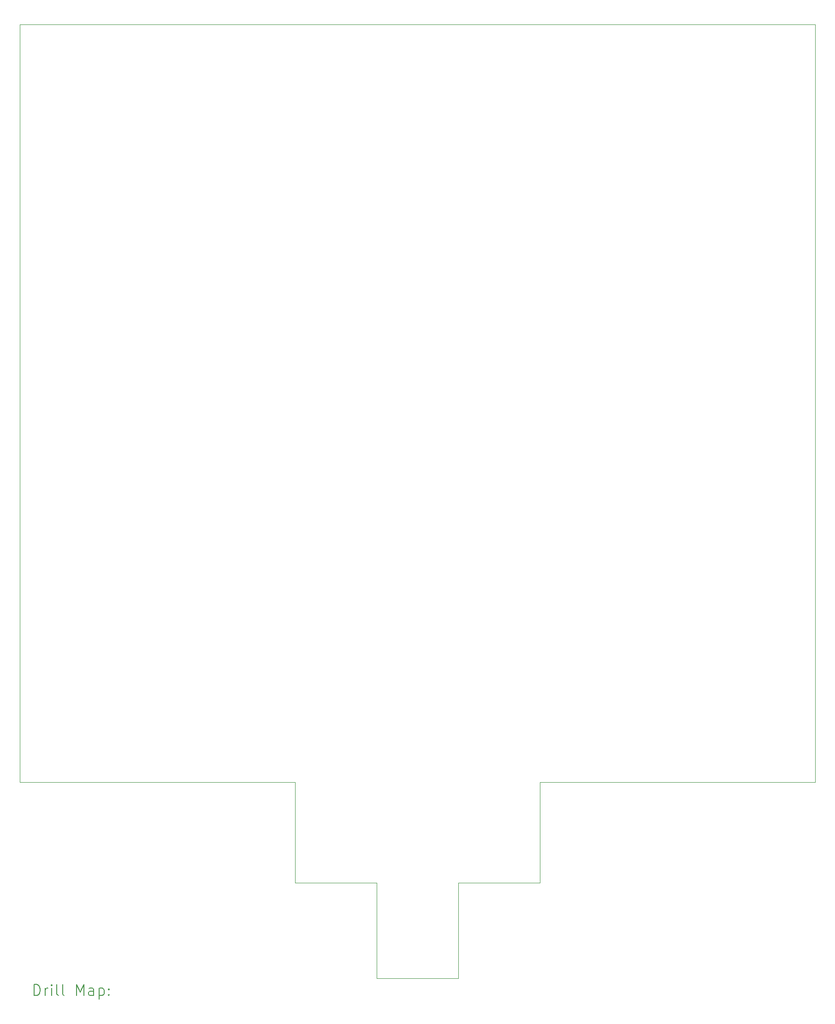
<source format=gbr>
%TF.GenerationSoftware,KiCad,Pcbnew,9.0.0*%
%TF.CreationDate,2025-03-15T21:37:25+01:00*%
%TF.ProjectId,DMH_Dual_VCF_Diode_Ladder_Mk2_PCB_2,444d485f-4475-4616-9c5f-5643465f4469,1*%
%TF.SameCoordinates,Original*%
%TF.FileFunction,Drillmap*%
%TF.FilePolarity,Positive*%
%FSLAX45Y45*%
G04 Gerber Fmt 4.5, Leading zero omitted, Abs format (unit mm)*
G04 Created by KiCad (PCBNEW 9.0.0) date 2025-03-15 21:37:25*
%MOMM*%
%LPD*%
G01*
G04 APERTURE LIST*
%ADD10C,0.050000*%
%ADD11C,0.200000*%
G04 APERTURE END LIST*
D10*
X12250000Y-20000000D02*
X12250000Y-18150000D01*
X7750000Y-20000000D02*
X9250000Y-20000000D01*
X2700000Y-18150000D02*
X7750000Y-18150000D01*
X9250000Y-20000000D02*
X9250000Y-21750000D01*
X17300000Y-4250000D02*
X2700000Y-4250000D01*
X17300000Y-18150000D02*
X17300000Y-4250000D01*
X9250000Y-21750000D02*
X10750000Y-21750000D01*
X12250000Y-18150000D02*
X17300000Y-18150000D01*
X10750000Y-20000000D02*
X12250000Y-20000000D01*
X10750000Y-21750000D02*
X10750000Y-20000000D01*
X7750000Y-18150000D02*
X7750000Y-20000000D01*
X2700000Y-4250000D02*
X2700000Y-18150000D01*
D11*
X2958277Y-22063984D02*
X2958277Y-21863984D01*
X2958277Y-21863984D02*
X3005896Y-21863984D01*
X3005896Y-21863984D02*
X3034467Y-21873508D01*
X3034467Y-21873508D02*
X3053515Y-21892555D01*
X3053515Y-21892555D02*
X3063039Y-21911603D01*
X3063039Y-21911603D02*
X3072562Y-21949698D01*
X3072562Y-21949698D02*
X3072562Y-21978270D01*
X3072562Y-21978270D02*
X3063039Y-22016365D01*
X3063039Y-22016365D02*
X3053515Y-22035412D01*
X3053515Y-22035412D02*
X3034467Y-22054460D01*
X3034467Y-22054460D02*
X3005896Y-22063984D01*
X3005896Y-22063984D02*
X2958277Y-22063984D01*
X3158277Y-22063984D02*
X3158277Y-21930650D01*
X3158277Y-21968746D02*
X3167801Y-21949698D01*
X3167801Y-21949698D02*
X3177324Y-21940174D01*
X3177324Y-21940174D02*
X3196372Y-21930650D01*
X3196372Y-21930650D02*
X3215420Y-21930650D01*
X3282086Y-22063984D02*
X3282086Y-21930650D01*
X3282086Y-21863984D02*
X3272562Y-21873508D01*
X3272562Y-21873508D02*
X3282086Y-21883031D01*
X3282086Y-21883031D02*
X3291610Y-21873508D01*
X3291610Y-21873508D02*
X3282086Y-21863984D01*
X3282086Y-21863984D02*
X3282086Y-21883031D01*
X3405896Y-22063984D02*
X3386848Y-22054460D01*
X3386848Y-22054460D02*
X3377324Y-22035412D01*
X3377324Y-22035412D02*
X3377324Y-21863984D01*
X3510658Y-22063984D02*
X3491610Y-22054460D01*
X3491610Y-22054460D02*
X3482086Y-22035412D01*
X3482086Y-22035412D02*
X3482086Y-21863984D01*
X3739229Y-22063984D02*
X3739229Y-21863984D01*
X3739229Y-21863984D02*
X3805896Y-22006841D01*
X3805896Y-22006841D02*
X3872562Y-21863984D01*
X3872562Y-21863984D02*
X3872562Y-22063984D01*
X4053515Y-22063984D02*
X4053515Y-21959222D01*
X4053515Y-21959222D02*
X4043991Y-21940174D01*
X4043991Y-21940174D02*
X4024943Y-21930650D01*
X4024943Y-21930650D02*
X3986848Y-21930650D01*
X3986848Y-21930650D02*
X3967801Y-21940174D01*
X4053515Y-22054460D02*
X4034467Y-22063984D01*
X4034467Y-22063984D02*
X3986848Y-22063984D01*
X3986848Y-22063984D02*
X3967801Y-22054460D01*
X3967801Y-22054460D02*
X3958277Y-22035412D01*
X3958277Y-22035412D02*
X3958277Y-22016365D01*
X3958277Y-22016365D02*
X3967801Y-21997317D01*
X3967801Y-21997317D02*
X3986848Y-21987793D01*
X3986848Y-21987793D02*
X4034467Y-21987793D01*
X4034467Y-21987793D02*
X4053515Y-21978270D01*
X4148753Y-21930650D02*
X4148753Y-22130650D01*
X4148753Y-21940174D02*
X4167801Y-21930650D01*
X4167801Y-21930650D02*
X4205896Y-21930650D01*
X4205896Y-21930650D02*
X4224944Y-21940174D01*
X4224944Y-21940174D02*
X4234467Y-21949698D01*
X4234467Y-21949698D02*
X4243991Y-21968746D01*
X4243991Y-21968746D02*
X4243991Y-22025889D01*
X4243991Y-22025889D02*
X4234467Y-22044936D01*
X4234467Y-22044936D02*
X4224944Y-22054460D01*
X4224944Y-22054460D02*
X4205896Y-22063984D01*
X4205896Y-22063984D02*
X4167801Y-22063984D01*
X4167801Y-22063984D02*
X4148753Y-22054460D01*
X4329705Y-22044936D02*
X4339229Y-22054460D01*
X4339229Y-22054460D02*
X4329705Y-22063984D01*
X4329705Y-22063984D02*
X4320182Y-22054460D01*
X4320182Y-22054460D02*
X4329705Y-22044936D01*
X4329705Y-22044936D02*
X4329705Y-22063984D01*
X4329705Y-21940174D02*
X4339229Y-21949698D01*
X4339229Y-21949698D02*
X4329705Y-21959222D01*
X4329705Y-21959222D02*
X4320182Y-21949698D01*
X4320182Y-21949698D02*
X4329705Y-21940174D01*
X4329705Y-21940174D02*
X4329705Y-21959222D01*
M02*

</source>
